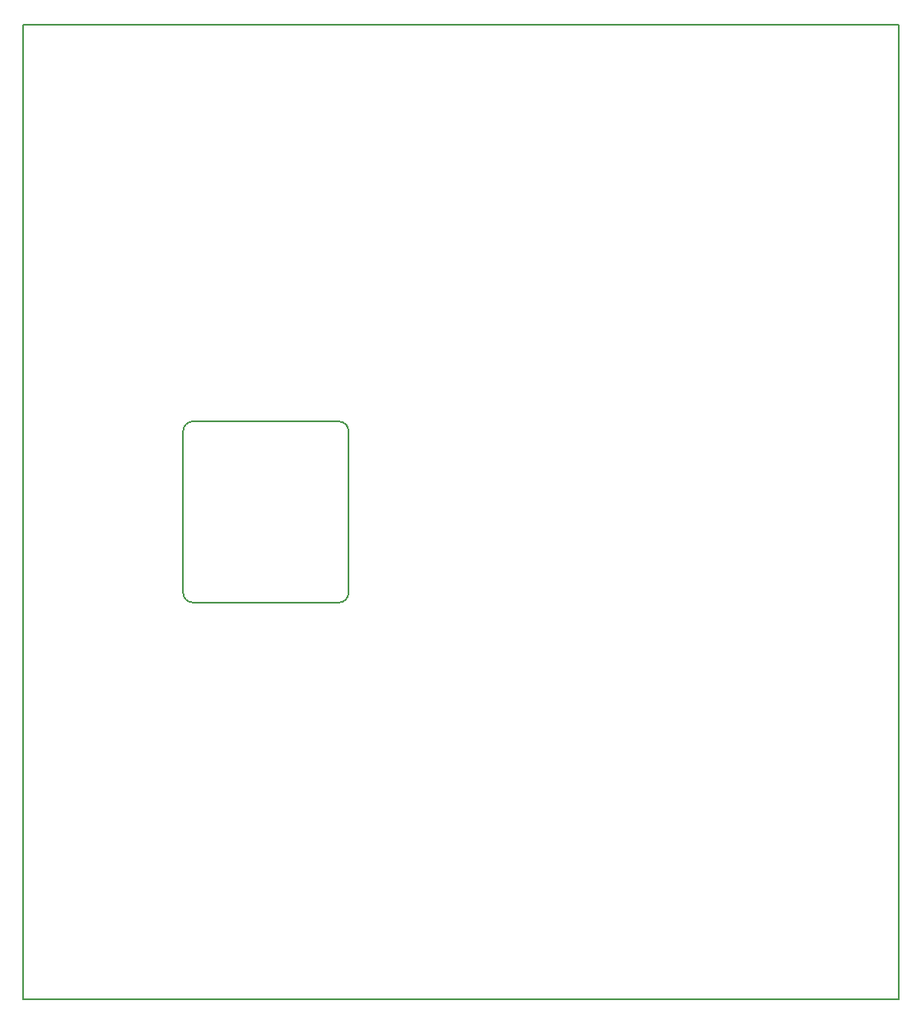
<source format=gbr>
G04 #@! TF.GenerationSoftware,KiCad,Pcbnew,5.1.5+dfsg1-2build2*
G04 #@! TF.CreationDate,2020-07-06T20:33:27+02:00*
G04 #@! TF.ProjectId,Quadsense,51756164-7365-46e7-9365-2e6b69636164,rev?*
G04 #@! TF.SameCoordinates,PX5f5e100PY2faf080*
G04 #@! TF.FileFunction,Profile,NP*
%FSLAX46Y46*%
G04 Gerber Fmt 4.6, Leading zero omitted, Abs format (unit mm)*
G04 Created by KiCad (PCBNEW 5.1.5+dfsg1-2build2) date 2020-07-06 20:33:27*
%MOMM*%
%LPD*%
G04 APERTURE LIST*
%ADD10C,0.150000*%
G04 APERTURE END LIST*
D10*
X33500000Y-41700000D02*
G75*
G03X32500000Y-40700000I-1000000J0D01*
G01*
X17500000Y-40700000D02*
G75*
G03X16500000Y-41700000I0J-1000000D01*
G01*
X16500000Y-58300000D02*
G75*
G03X17500000Y-59300000I1000000J0D01*
G01*
X32500000Y-59300000D02*
G75*
G03X33500000Y-58300000I0J1000000D01*
G01*
X16500000Y-58300000D02*
X16500000Y-41700000D01*
X32500000Y-59300000D02*
X17500000Y-59300000D01*
X33500000Y-41700000D02*
X33500000Y-58300000D01*
X17500000Y-40700000D02*
X32500000Y-40700000D01*
X0Y-100000000D02*
X0Y0D01*
X90000000Y-100000000D02*
X0Y-100000000D01*
X90000000Y0D02*
X90000000Y-100000000D01*
X0Y0D02*
X90000000Y0D01*
M02*

</source>
